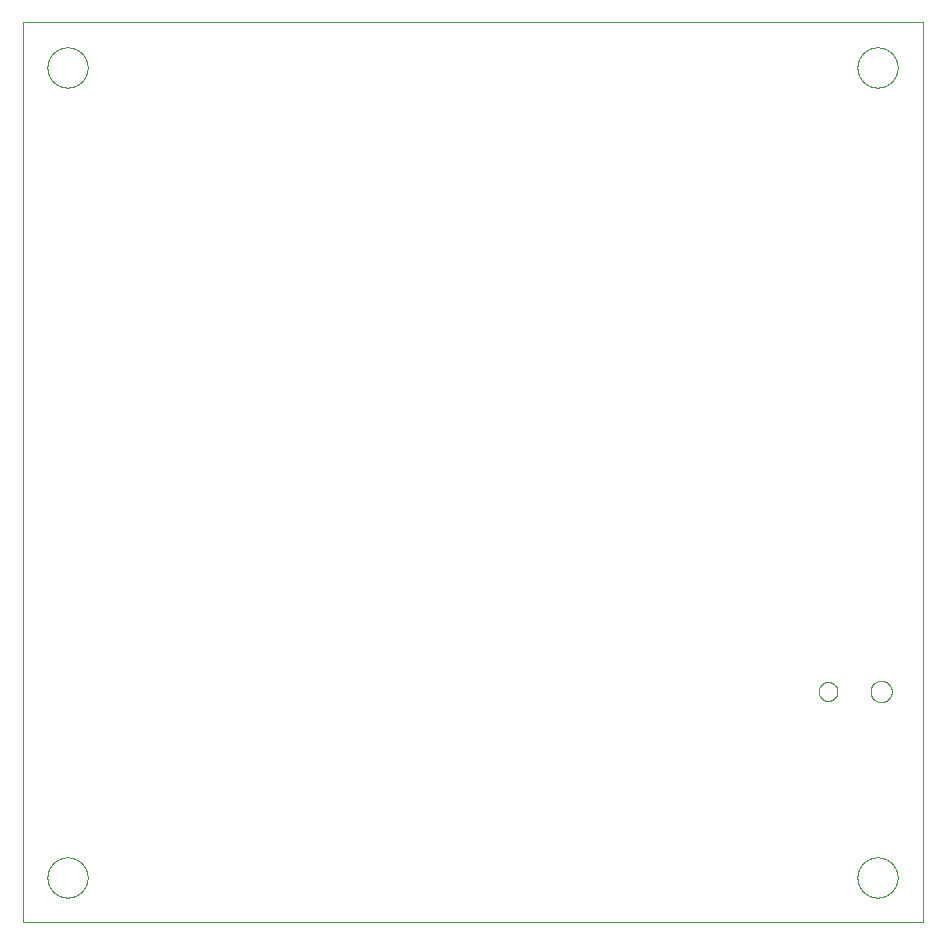
<source format=gko>
G75*
%MOIN*%
%OFA0B0*%
%FSLAX25Y25*%
%IPPOS*%
%LPD*%
%AMOC8*
5,1,8,0,0,1.08239X$1,22.5*
%
%ADD10C,0.00000*%
D10*
X0003800Y0003800D02*
X0003800Y0303800D01*
X0303800Y0303800D01*
X0303800Y0003800D01*
X0003800Y0003800D01*
X0012100Y0018800D02*
X0012102Y0018964D01*
X0012108Y0019129D01*
X0012118Y0019293D01*
X0012132Y0019457D01*
X0012150Y0019620D01*
X0012173Y0019783D01*
X0012199Y0019945D01*
X0012229Y0020107D01*
X0012263Y0020268D01*
X0012301Y0020428D01*
X0012343Y0020587D01*
X0012388Y0020745D01*
X0012438Y0020902D01*
X0012492Y0021057D01*
X0012549Y0021211D01*
X0012610Y0021364D01*
X0012675Y0021515D01*
X0012743Y0021665D01*
X0012815Y0021812D01*
X0012891Y0021958D01*
X0012970Y0022102D01*
X0013053Y0022244D01*
X0013139Y0022384D01*
X0013229Y0022522D01*
X0013322Y0022658D01*
X0013419Y0022791D01*
X0013518Y0022922D01*
X0013621Y0023050D01*
X0013727Y0023176D01*
X0013836Y0023299D01*
X0013948Y0023420D01*
X0014062Y0023538D01*
X0014180Y0023652D01*
X0014301Y0023764D01*
X0014424Y0023873D01*
X0014550Y0023979D01*
X0014678Y0024082D01*
X0014809Y0024181D01*
X0014942Y0024278D01*
X0015078Y0024371D01*
X0015216Y0024461D01*
X0015356Y0024547D01*
X0015498Y0024630D01*
X0015642Y0024709D01*
X0015788Y0024785D01*
X0015935Y0024857D01*
X0016085Y0024925D01*
X0016236Y0024990D01*
X0016389Y0025051D01*
X0016543Y0025108D01*
X0016698Y0025162D01*
X0016855Y0025212D01*
X0017013Y0025257D01*
X0017172Y0025299D01*
X0017332Y0025337D01*
X0017493Y0025371D01*
X0017655Y0025401D01*
X0017817Y0025427D01*
X0017980Y0025450D01*
X0018143Y0025468D01*
X0018307Y0025482D01*
X0018471Y0025492D01*
X0018636Y0025498D01*
X0018800Y0025500D01*
X0018964Y0025498D01*
X0019129Y0025492D01*
X0019293Y0025482D01*
X0019457Y0025468D01*
X0019620Y0025450D01*
X0019783Y0025427D01*
X0019945Y0025401D01*
X0020107Y0025371D01*
X0020268Y0025337D01*
X0020428Y0025299D01*
X0020587Y0025257D01*
X0020745Y0025212D01*
X0020902Y0025162D01*
X0021057Y0025108D01*
X0021211Y0025051D01*
X0021364Y0024990D01*
X0021515Y0024925D01*
X0021665Y0024857D01*
X0021812Y0024785D01*
X0021958Y0024709D01*
X0022102Y0024630D01*
X0022244Y0024547D01*
X0022384Y0024461D01*
X0022522Y0024371D01*
X0022658Y0024278D01*
X0022791Y0024181D01*
X0022922Y0024082D01*
X0023050Y0023979D01*
X0023176Y0023873D01*
X0023299Y0023764D01*
X0023420Y0023652D01*
X0023538Y0023538D01*
X0023652Y0023420D01*
X0023764Y0023299D01*
X0023873Y0023176D01*
X0023979Y0023050D01*
X0024082Y0022922D01*
X0024181Y0022791D01*
X0024278Y0022658D01*
X0024371Y0022522D01*
X0024461Y0022384D01*
X0024547Y0022244D01*
X0024630Y0022102D01*
X0024709Y0021958D01*
X0024785Y0021812D01*
X0024857Y0021665D01*
X0024925Y0021515D01*
X0024990Y0021364D01*
X0025051Y0021211D01*
X0025108Y0021057D01*
X0025162Y0020902D01*
X0025212Y0020745D01*
X0025257Y0020587D01*
X0025299Y0020428D01*
X0025337Y0020268D01*
X0025371Y0020107D01*
X0025401Y0019945D01*
X0025427Y0019783D01*
X0025450Y0019620D01*
X0025468Y0019457D01*
X0025482Y0019293D01*
X0025492Y0019129D01*
X0025498Y0018964D01*
X0025500Y0018800D01*
X0025498Y0018636D01*
X0025492Y0018471D01*
X0025482Y0018307D01*
X0025468Y0018143D01*
X0025450Y0017980D01*
X0025427Y0017817D01*
X0025401Y0017655D01*
X0025371Y0017493D01*
X0025337Y0017332D01*
X0025299Y0017172D01*
X0025257Y0017013D01*
X0025212Y0016855D01*
X0025162Y0016698D01*
X0025108Y0016543D01*
X0025051Y0016389D01*
X0024990Y0016236D01*
X0024925Y0016085D01*
X0024857Y0015935D01*
X0024785Y0015788D01*
X0024709Y0015642D01*
X0024630Y0015498D01*
X0024547Y0015356D01*
X0024461Y0015216D01*
X0024371Y0015078D01*
X0024278Y0014942D01*
X0024181Y0014809D01*
X0024082Y0014678D01*
X0023979Y0014550D01*
X0023873Y0014424D01*
X0023764Y0014301D01*
X0023652Y0014180D01*
X0023538Y0014062D01*
X0023420Y0013948D01*
X0023299Y0013836D01*
X0023176Y0013727D01*
X0023050Y0013621D01*
X0022922Y0013518D01*
X0022791Y0013419D01*
X0022658Y0013322D01*
X0022522Y0013229D01*
X0022384Y0013139D01*
X0022244Y0013053D01*
X0022102Y0012970D01*
X0021958Y0012891D01*
X0021812Y0012815D01*
X0021665Y0012743D01*
X0021515Y0012675D01*
X0021364Y0012610D01*
X0021211Y0012549D01*
X0021057Y0012492D01*
X0020902Y0012438D01*
X0020745Y0012388D01*
X0020587Y0012343D01*
X0020428Y0012301D01*
X0020268Y0012263D01*
X0020107Y0012229D01*
X0019945Y0012199D01*
X0019783Y0012173D01*
X0019620Y0012150D01*
X0019457Y0012132D01*
X0019293Y0012118D01*
X0019129Y0012108D01*
X0018964Y0012102D01*
X0018800Y0012100D01*
X0018636Y0012102D01*
X0018471Y0012108D01*
X0018307Y0012118D01*
X0018143Y0012132D01*
X0017980Y0012150D01*
X0017817Y0012173D01*
X0017655Y0012199D01*
X0017493Y0012229D01*
X0017332Y0012263D01*
X0017172Y0012301D01*
X0017013Y0012343D01*
X0016855Y0012388D01*
X0016698Y0012438D01*
X0016543Y0012492D01*
X0016389Y0012549D01*
X0016236Y0012610D01*
X0016085Y0012675D01*
X0015935Y0012743D01*
X0015788Y0012815D01*
X0015642Y0012891D01*
X0015498Y0012970D01*
X0015356Y0013053D01*
X0015216Y0013139D01*
X0015078Y0013229D01*
X0014942Y0013322D01*
X0014809Y0013419D01*
X0014678Y0013518D01*
X0014550Y0013621D01*
X0014424Y0013727D01*
X0014301Y0013836D01*
X0014180Y0013948D01*
X0014062Y0014062D01*
X0013948Y0014180D01*
X0013836Y0014301D01*
X0013727Y0014424D01*
X0013621Y0014550D01*
X0013518Y0014678D01*
X0013419Y0014809D01*
X0013322Y0014942D01*
X0013229Y0015078D01*
X0013139Y0015216D01*
X0013053Y0015356D01*
X0012970Y0015498D01*
X0012891Y0015642D01*
X0012815Y0015788D01*
X0012743Y0015935D01*
X0012675Y0016085D01*
X0012610Y0016236D01*
X0012549Y0016389D01*
X0012492Y0016543D01*
X0012438Y0016698D01*
X0012388Y0016855D01*
X0012343Y0017013D01*
X0012301Y0017172D01*
X0012263Y0017332D01*
X0012229Y0017493D01*
X0012199Y0017655D01*
X0012173Y0017817D01*
X0012150Y0017980D01*
X0012132Y0018143D01*
X0012118Y0018307D01*
X0012108Y0018471D01*
X0012102Y0018636D01*
X0012100Y0018800D01*
X0269142Y0080800D02*
X0269144Y0080912D01*
X0269150Y0081023D01*
X0269160Y0081135D01*
X0269174Y0081246D01*
X0269191Y0081356D01*
X0269213Y0081466D01*
X0269239Y0081575D01*
X0269268Y0081683D01*
X0269301Y0081789D01*
X0269338Y0081895D01*
X0269379Y0081999D01*
X0269424Y0082102D01*
X0269472Y0082203D01*
X0269523Y0082302D01*
X0269578Y0082399D01*
X0269637Y0082494D01*
X0269698Y0082588D01*
X0269763Y0082679D01*
X0269832Y0082767D01*
X0269903Y0082853D01*
X0269977Y0082937D01*
X0270055Y0083017D01*
X0270135Y0083095D01*
X0270218Y0083171D01*
X0270303Y0083243D01*
X0270391Y0083312D01*
X0270481Y0083378D01*
X0270574Y0083440D01*
X0270669Y0083500D01*
X0270766Y0083556D01*
X0270864Y0083608D01*
X0270965Y0083657D01*
X0271067Y0083702D01*
X0271171Y0083744D01*
X0271276Y0083782D01*
X0271383Y0083816D01*
X0271490Y0083846D01*
X0271599Y0083873D01*
X0271708Y0083895D01*
X0271819Y0083914D01*
X0271929Y0083929D01*
X0272041Y0083940D01*
X0272152Y0083947D01*
X0272264Y0083950D01*
X0272376Y0083949D01*
X0272488Y0083944D01*
X0272599Y0083935D01*
X0272710Y0083922D01*
X0272821Y0083905D01*
X0272931Y0083885D01*
X0273040Y0083860D01*
X0273148Y0083832D01*
X0273255Y0083799D01*
X0273361Y0083763D01*
X0273465Y0083723D01*
X0273568Y0083680D01*
X0273670Y0083633D01*
X0273769Y0083582D01*
X0273867Y0083528D01*
X0273963Y0083470D01*
X0274057Y0083409D01*
X0274148Y0083345D01*
X0274237Y0083278D01*
X0274324Y0083207D01*
X0274408Y0083133D01*
X0274490Y0083057D01*
X0274568Y0082977D01*
X0274644Y0082895D01*
X0274717Y0082810D01*
X0274787Y0082723D01*
X0274853Y0082633D01*
X0274917Y0082541D01*
X0274977Y0082447D01*
X0275034Y0082351D01*
X0275087Y0082252D01*
X0275137Y0082152D01*
X0275183Y0082051D01*
X0275226Y0081947D01*
X0275265Y0081842D01*
X0275300Y0081736D01*
X0275331Y0081629D01*
X0275359Y0081520D01*
X0275382Y0081411D01*
X0275402Y0081301D01*
X0275418Y0081190D01*
X0275430Y0081079D01*
X0275438Y0080968D01*
X0275442Y0080856D01*
X0275442Y0080744D01*
X0275438Y0080632D01*
X0275430Y0080521D01*
X0275418Y0080410D01*
X0275402Y0080299D01*
X0275382Y0080189D01*
X0275359Y0080080D01*
X0275331Y0079971D01*
X0275300Y0079864D01*
X0275265Y0079758D01*
X0275226Y0079653D01*
X0275183Y0079549D01*
X0275137Y0079448D01*
X0275087Y0079348D01*
X0275034Y0079249D01*
X0274977Y0079153D01*
X0274917Y0079059D01*
X0274853Y0078967D01*
X0274787Y0078877D01*
X0274717Y0078790D01*
X0274644Y0078705D01*
X0274568Y0078623D01*
X0274490Y0078543D01*
X0274408Y0078467D01*
X0274324Y0078393D01*
X0274237Y0078322D01*
X0274148Y0078255D01*
X0274057Y0078191D01*
X0273963Y0078130D01*
X0273867Y0078072D01*
X0273769Y0078018D01*
X0273670Y0077967D01*
X0273568Y0077920D01*
X0273465Y0077877D01*
X0273361Y0077837D01*
X0273255Y0077801D01*
X0273148Y0077768D01*
X0273040Y0077740D01*
X0272931Y0077715D01*
X0272821Y0077695D01*
X0272710Y0077678D01*
X0272599Y0077665D01*
X0272488Y0077656D01*
X0272376Y0077651D01*
X0272264Y0077650D01*
X0272152Y0077653D01*
X0272041Y0077660D01*
X0271929Y0077671D01*
X0271819Y0077686D01*
X0271708Y0077705D01*
X0271599Y0077727D01*
X0271490Y0077754D01*
X0271383Y0077784D01*
X0271276Y0077818D01*
X0271171Y0077856D01*
X0271067Y0077898D01*
X0270965Y0077943D01*
X0270864Y0077992D01*
X0270766Y0078044D01*
X0270669Y0078100D01*
X0270574Y0078160D01*
X0270481Y0078222D01*
X0270391Y0078288D01*
X0270303Y0078357D01*
X0270218Y0078429D01*
X0270135Y0078505D01*
X0270055Y0078583D01*
X0269977Y0078663D01*
X0269903Y0078747D01*
X0269832Y0078833D01*
X0269763Y0078921D01*
X0269698Y0079012D01*
X0269637Y0079106D01*
X0269578Y0079201D01*
X0269523Y0079298D01*
X0269472Y0079397D01*
X0269424Y0079498D01*
X0269379Y0079601D01*
X0269338Y0079705D01*
X0269301Y0079811D01*
X0269268Y0079917D01*
X0269239Y0080025D01*
X0269213Y0080134D01*
X0269191Y0080244D01*
X0269174Y0080354D01*
X0269160Y0080465D01*
X0269150Y0080577D01*
X0269144Y0080688D01*
X0269142Y0080800D01*
X0286466Y0080800D02*
X0286468Y0080918D01*
X0286474Y0081037D01*
X0286484Y0081155D01*
X0286498Y0081272D01*
X0286515Y0081389D01*
X0286537Y0081506D01*
X0286563Y0081621D01*
X0286592Y0081736D01*
X0286625Y0081850D01*
X0286662Y0081962D01*
X0286703Y0082073D01*
X0286747Y0082183D01*
X0286795Y0082291D01*
X0286847Y0082398D01*
X0286902Y0082503D01*
X0286961Y0082606D01*
X0287023Y0082706D01*
X0287088Y0082805D01*
X0287157Y0082902D01*
X0287228Y0082996D01*
X0287303Y0083087D01*
X0287381Y0083177D01*
X0287462Y0083263D01*
X0287546Y0083347D01*
X0287632Y0083428D01*
X0287722Y0083506D01*
X0287813Y0083581D01*
X0287907Y0083652D01*
X0288004Y0083721D01*
X0288103Y0083786D01*
X0288203Y0083848D01*
X0288306Y0083907D01*
X0288411Y0083962D01*
X0288518Y0084014D01*
X0288626Y0084062D01*
X0288736Y0084106D01*
X0288847Y0084147D01*
X0288959Y0084184D01*
X0289073Y0084217D01*
X0289188Y0084246D01*
X0289303Y0084272D01*
X0289420Y0084294D01*
X0289537Y0084311D01*
X0289654Y0084325D01*
X0289772Y0084335D01*
X0289891Y0084341D01*
X0290009Y0084343D01*
X0290127Y0084341D01*
X0290246Y0084335D01*
X0290364Y0084325D01*
X0290481Y0084311D01*
X0290598Y0084294D01*
X0290715Y0084272D01*
X0290830Y0084246D01*
X0290945Y0084217D01*
X0291059Y0084184D01*
X0291171Y0084147D01*
X0291282Y0084106D01*
X0291392Y0084062D01*
X0291500Y0084014D01*
X0291607Y0083962D01*
X0291712Y0083907D01*
X0291815Y0083848D01*
X0291915Y0083786D01*
X0292014Y0083721D01*
X0292111Y0083652D01*
X0292205Y0083581D01*
X0292296Y0083506D01*
X0292386Y0083428D01*
X0292472Y0083347D01*
X0292556Y0083263D01*
X0292637Y0083177D01*
X0292715Y0083087D01*
X0292790Y0082996D01*
X0292861Y0082902D01*
X0292930Y0082805D01*
X0292995Y0082706D01*
X0293057Y0082606D01*
X0293116Y0082503D01*
X0293171Y0082398D01*
X0293223Y0082291D01*
X0293271Y0082183D01*
X0293315Y0082073D01*
X0293356Y0081962D01*
X0293393Y0081850D01*
X0293426Y0081736D01*
X0293455Y0081621D01*
X0293481Y0081506D01*
X0293503Y0081389D01*
X0293520Y0081272D01*
X0293534Y0081155D01*
X0293544Y0081037D01*
X0293550Y0080918D01*
X0293552Y0080800D01*
X0293550Y0080682D01*
X0293544Y0080563D01*
X0293534Y0080445D01*
X0293520Y0080328D01*
X0293503Y0080211D01*
X0293481Y0080094D01*
X0293455Y0079979D01*
X0293426Y0079864D01*
X0293393Y0079750D01*
X0293356Y0079638D01*
X0293315Y0079527D01*
X0293271Y0079417D01*
X0293223Y0079309D01*
X0293171Y0079202D01*
X0293116Y0079097D01*
X0293057Y0078994D01*
X0292995Y0078894D01*
X0292930Y0078795D01*
X0292861Y0078698D01*
X0292790Y0078604D01*
X0292715Y0078513D01*
X0292637Y0078423D01*
X0292556Y0078337D01*
X0292472Y0078253D01*
X0292386Y0078172D01*
X0292296Y0078094D01*
X0292205Y0078019D01*
X0292111Y0077948D01*
X0292014Y0077879D01*
X0291915Y0077814D01*
X0291815Y0077752D01*
X0291712Y0077693D01*
X0291607Y0077638D01*
X0291500Y0077586D01*
X0291392Y0077538D01*
X0291282Y0077494D01*
X0291171Y0077453D01*
X0291059Y0077416D01*
X0290945Y0077383D01*
X0290830Y0077354D01*
X0290715Y0077328D01*
X0290598Y0077306D01*
X0290481Y0077289D01*
X0290364Y0077275D01*
X0290246Y0077265D01*
X0290127Y0077259D01*
X0290009Y0077257D01*
X0289891Y0077259D01*
X0289772Y0077265D01*
X0289654Y0077275D01*
X0289537Y0077289D01*
X0289420Y0077306D01*
X0289303Y0077328D01*
X0289188Y0077354D01*
X0289073Y0077383D01*
X0288959Y0077416D01*
X0288847Y0077453D01*
X0288736Y0077494D01*
X0288626Y0077538D01*
X0288518Y0077586D01*
X0288411Y0077638D01*
X0288306Y0077693D01*
X0288203Y0077752D01*
X0288103Y0077814D01*
X0288004Y0077879D01*
X0287907Y0077948D01*
X0287813Y0078019D01*
X0287722Y0078094D01*
X0287632Y0078172D01*
X0287546Y0078253D01*
X0287462Y0078337D01*
X0287381Y0078423D01*
X0287303Y0078513D01*
X0287228Y0078604D01*
X0287157Y0078698D01*
X0287088Y0078795D01*
X0287023Y0078894D01*
X0286961Y0078994D01*
X0286902Y0079097D01*
X0286847Y0079202D01*
X0286795Y0079309D01*
X0286747Y0079417D01*
X0286703Y0079527D01*
X0286662Y0079638D01*
X0286625Y0079750D01*
X0286592Y0079864D01*
X0286563Y0079979D01*
X0286537Y0080094D01*
X0286515Y0080211D01*
X0286498Y0080328D01*
X0286484Y0080445D01*
X0286474Y0080563D01*
X0286468Y0080682D01*
X0286466Y0080800D01*
X0282100Y0018800D02*
X0282102Y0018964D01*
X0282108Y0019129D01*
X0282118Y0019293D01*
X0282132Y0019457D01*
X0282150Y0019620D01*
X0282173Y0019783D01*
X0282199Y0019945D01*
X0282229Y0020107D01*
X0282263Y0020268D01*
X0282301Y0020428D01*
X0282343Y0020587D01*
X0282388Y0020745D01*
X0282438Y0020902D01*
X0282492Y0021057D01*
X0282549Y0021211D01*
X0282610Y0021364D01*
X0282675Y0021515D01*
X0282743Y0021665D01*
X0282815Y0021812D01*
X0282891Y0021958D01*
X0282970Y0022102D01*
X0283053Y0022244D01*
X0283139Y0022384D01*
X0283229Y0022522D01*
X0283322Y0022658D01*
X0283419Y0022791D01*
X0283518Y0022922D01*
X0283621Y0023050D01*
X0283727Y0023176D01*
X0283836Y0023299D01*
X0283948Y0023420D01*
X0284062Y0023538D01*
X0284180Y0023652D01*
X0284301Y0023764D01*
X0284424Y0023873D01*
X0284550Y0023979D01*
X0284678Y0024082D01*
X0284809Y0024181D01*
X0284942Y0024278D01*
X0285078Y0024371D01*
X0285216Y0024461D01*
X0285356Y0024547D01*
X0285498Y0024630D01*
X0285642Y0024709D01*
X0285788Y0024785D01*
X0285935Y0024857D01*
X0286085Y0024925D01*
X0286236Y0024990D01*
X0286389Y0025051D01*
X0286543Y0025108D01*
X0286698Y0025162D01*
X0286855Y0025212D01*
X0287013Y0025257D01*
X0287172Y0025299D01*
X0287332Y0025337D01*
X0287493Y0025371D01*
X0287655Y0025401D01*
X0287817Y0025427D01*
X0287980Y0025450D01*
X0288143Y0025468D01*
X0288307Y0025482D01*
X0288471Y0025492D01*
X0288636Y0025498D01*
X0288800Y0025500D01*
X0288964Y0025498D01*
X0289129Y0025492D01*
X0289293Y0025482D01*
X0289457Y0025468D01*
X0289620Y0025450D01*
X0289783Y0025427D01*
X0289945Y0025401D01*
X0290107Y0025371D01*
X0290268Y0025337D01*
X0290428Y0025299D01*
X0290587Y0025257D01*
X0290745Y0025212D01*
X0290902Y0025162D01*
X0291057Y0025108D01*
X0291211Y0025051D01*
X0291364Y0024990D01*
X0291515Y0024925D01*
X0291665Y0024857D01*
X0291812Y0024785D01*
X0291958Y0024709D01*
X0292102Y0024630D01*
X0292244Y0024547D01*
X0292384Y0024461D01*
X0292522Y0024371D01*
X0292658Y0024278D01*
X0292791Y0024181D01*
X0292922Y0024082D01*
X0293050Y0023979D01*
X0293176Y0023873D01*
X0293299Y0023764D01*
X0293420Y0023652D01*
X0293538Y0023538D01*
X0293652Y0023420D01*
X0293764Y0023299D01*
X0293873Y0023176D01*
X0293979Y0023050D01*
X0294082Y0022922D01*
X0294181Y0022791D01*
X0294278Y0022658D01*
X0294371Y0022522D01*
X0294461Y0022384D01*
X0294547Y0022244D01*
X0294630Y0022102D01*
X0294709Y0021958D01*
X0294785Y0021812D01*
X0294857Y0021665D01*
X0294925Y0021515D01*
X0294990Y0021364D01*
X0295051Y0021211D01*
X0295108Y0021057D01*
X0295162Y0020902D01*
X0295212Y0020745D01*
X0295257Y0020587D01*
X0295299Y0020428D01*
X0295337Y0020268D01*
X0295371Y0020107D01*
X0295401Y0019945D01*
X0295427Y0019783D01*
X0295450Y0019620D01*
X0295468Y0019457D01*
X0295482Y0019293D01*
X0295492Y0019129D01*
X0295498Y0018964D01*
X0295500Y0018800D01*
X0295498Y0018636D01*
X0295492Y0018471D01*
X0295482Y0018307D01*
X0295468Y0018143D01*
X0295450Y0017980D01*
X0295427Y0017817D01*
X0295401Y0017655D01*
X0295371Y0017493D01*
X0295337Y0017332D01*
X0295299Y0017172D01*
X0295257Y0017013D01*
X0295212Y0016855D01*
X0295162Y0016698D01*
X0295108Y0016543D01*
X0295051Y0016389D01*
X0294990Y0016236D01*
X0294925Y0016085D01*
X0294857Y0015935D01*
X0294785Y0015788D01*
X0294709Y0015642D01*
X0294630Y0015498D01*
X0294547Y0015356D01*
X0294461Y0015216D01*
X0294371Y0015078D01*
X0294278Y0014942D01*
X0294181Y0014809D01*
X0294082Y0014678D01*
X0293979Y0014550D01*
X0293873Y0014424D01*
X0293764Y0014301D01*
X0293652Y0014180D01*
X0293538Y0014062D01*
X0293420Y0013948D01*
X0293299Y0013836D01*
X0293176Y0013727D01*
X0293050Y0013621D01*
X0292922Y0013518D01*
X0292791Y0013419D01*
X0292658Y0013322D01*
X0292522Y0013229D01*
X0292384Y0013139D01*
X0292244Y0013053D01*
X0292102Y0012970D01*
X0291958Y0012891D01*
X0291812Y0012815D01*
X0291665Y0012743D01*
X0291515Y0012675D01*
X0291364Y0012610D01*
X0291211Y0012549D01*
X0291057Y0012492D01*
X0290902Y0012438D01*
X0290745Y0012388D01*
X0290587Y0012343D01*
X0290428Y0012301D01*
X0290268Y0012263D01*
X0290107Y0012229D01*
X0289945Y0012199D01*
X0289783Y0012173D01*
X0289620Y0012150D01*
X0289457Y0012132D01*
X0289293Y0012118D01*
X0289129Y0012108D01*
X0288964Y0012102D01*
X0288800Y0012100D01*
X0288636Y0012102D01*
X0288471Y0012108D01*
X0288307Y0012118D01*
X0288143Y0012132D01*
X0287980Y0012150D01*
X0287817Y0012173D01*
X0287655Y0012199D01*
X0287493Y0012229D01*
X0287332Y0012263D01*
X0287172Y0012301D01*
X0287013Y0012343D01*
X0286855Y0012388D01*
X0286698Y0012438D01*
X0286543Y0012492D01*
X0286389Y0012549D01*
X0286236Y0012610D01*
X0286085Y0012675D01*
X0285935Y0012743D01*
X0285788Y0012815D01*
X0285642Y0012891D01*
X0285498Y0012970D01*
X0285356Y0013053D01*
X0285216Y0013139D01*
X0285078Y0013229D01*
X0284942Y0013322D01*
X0284809Y0013419D01*
X0284678Y0013518D01*
X0284550Y0013621D01*
X0284424Y0013727D01*
X0284301Y0013836D01*
X0284180Y0013948D01*
X0284062Y0014062D01*
X0283948Y0014180D01*
X0283836Y0014301D01*
X0283727Y0014424D01*
X0283621Y0014550D01*
X0283518Y0014678D01*
X0283419Y0014809D01*
X0283322Y0014942D01*
X0283229Y0015078D01*
X0283139Y0015216D01*
X0283053Y0015356D01*
X0282970Y0015498D01*
X0282891Y0015642D01*
X0282815Y0015788D01*
X0282743Y0015935D01*
X0282675Y0016085D01*
X0282610Y0016236D01*
X0282549Y0016389D01*
X0282492Y0016543D01*
X0282438Y0016698D01*
X0282388Y0016855D01*
X0282343Y0017013D01*
X0282301Y0017172D01*
X0282263Y0017332D01*
X0282229Y0017493D01*
X0282199Y0017655D01*
X0282173Y0017817D01*
X0282150Y0017980D01*
X0282132Y0018143D01*
X0282118Y0018307D01*
X0282108Y0018471D01*
X0282102Y0018636D01*
X0282100Y0018800D01*
X0282100Y0288800D02*
X0282102Y0288964D01*
X0282108Y0289129D01*
X0282118Y0289293D01*
X0282132Y0289457D01*
X0282150Y0289620D01*
X0282173Y0289783D01*
X0282199Y0289945D01*
X0282229Y0290107D01*
X0282263Y0290268D01*
X0282301Y0290428D01*
X0282343Y0290587D01*
X0282388Y0290745D01*
X0282438Y0290902D01*
X0282492Y0291057D01*
X0282549Y0291211D01*
X0282610Y0291364D01*
X0282675Y0291515D01*
X0282743Y0291665D01*
X0282815Y0291812D01*
X0282891Y0291958D01*
X0282970Y0292102D01*
X0283053Y0292244D01*
X0283139Y0292384D01*
X0283229Y0292522D01*
X0283322Y0292658D01*
X0283419Y0292791D01*
X0283518Y0292922D01*
X0283621Y0293050D01*
X0283727Y0293176D01*
X0283836Y0293299D01*
X0283948Y0293420D01*
X0284062Y0293538D01*
X0284180Y0293652D01*
X0284301Y0293764D01*
X0284424Y0293873D01*
X0284550Y0293979D01*
X0284678Y0294082D01*
X0284809Y0294181D01*
X0284942Y0294278D01*
X0285078Y0294371D01*
X0285216Y0294461D01*
X0285356Y0294547D01*
X0285498Y0294630D01*
X0285642Y0294709D01*
X0285788Y0294785D01*
X0285935Y0294857D01*
X0286085Y0294925D01*
X0286236Y0294990D01*
X0286389Y0295051D01*
X0286543Y0295108D01*
X0286698Y0295162D01*
X0286855Y0295212D01*
X0287013Y0295257D01*
X0287172Y0295299D01*
X0287332Y0295337D01*
X0287493Y0295371D01*
X0287655Y0295401D01*
X0287817Y0295427D01*
X0287980Y0295450D01*
X0288143Y0295468D01*
X0288307Y0295482D01*
X0288471Y0295492D01*
X0288636Y0295498D01*
X0288800Y0295500D01*
X0288964Y0295498D01*
X0289129Y0295492D01*
X0289293Y0295482D01*
X0289457Y0295468D01*
X0289620Y0295450D01*
X0289783Y0295427D01*
X0289945Y0295401D01*
X0290107Y0295371D01*
X0290268Y0295337D01*
X0290428Y0295299D01*
X0290587Y0295257D01*
X0290745Y0295212D01*
X0290902Y0295162D01*
X0291057Y0295108D01*
X0291211Y0295051D01*
X0291364Y0294990D01*
X0291515Y0294925D01*
X0291665Y0294857D01*
X0291812Y0294785D01*
X0291958Y0294709D01*
X0292102Y0294630D01*
X0292244Y0294547D01*
X0292384Y0294461D01*
X0292522Y0294371D01*
X0292658Y0294278D01*
X0292791Y0294181D01*
X0292922Y0294082D01*
X0293050Y0293979D01*
X0293176Y0293873D01*
X0293299Y0293764D01*
X0293420Y0293652D01*
X0293538Y0293538D01*
X0293652Y0293420D01*
X0293764Y0293299D01*
X0293873Y0293176D01*
X0293979Y0293050D01*
X0294082Y0292922D01*
X0294181Y0292791D01*
X0294278Y0292658D01*
X0294371Y0292522D01*
X0294461Y0292384D01*
X0294547Y0292244D01*
X0294630Y0292102D01*
X0294709Y0291958D01*
X0294785Y0291812D01*
X0294857Y0291665D01*
X0294925Y0291515D01*
X0294990Y0291364D01*
X0295051Y0291211D01*
X0295108Y0291057D01*
X0295162Y0290902D01*
X0295212Y0290745D01*
X0295257Y0290587D01*
X0295299Y0290428D01*
X0295337Y0290268D01*
X0295371Y0290107D01*
X0295401Y0289945D01*
X0295427Y0289783D01*
X0295450Y0289620D01*
X0295468Y0289457D01*
X0295482Y0289293D01*
X0295492Y0289129D01*
X0295498Y0288964D01*
X0295500Y0288800D01*
X0295498Y0288636D01*
X0295492Y0288471D01*
X0295482Y0288307D01*
X0295468Y0288143D01*
X0295450Y0287980D01*
X0295427Y0287817D01*
X0295401Y0287655D01*
X0295371Y0287493D01*
X0295337Y0287332D01*
X0295299Y0287172D01*
X0295257Y0287013D01*
X0295212Y0286855D01*
X0295162Y0286698D01*
X0295108Y0286543D01*
X0295051Y0286389D01*
X0294990Y0286236D01*
X0294925Y0286085D01*
X0294857Y0285935D01*
X0294785Y0285788D01*
X0294709Y0285642D01*
X0294630Y0285498D01*
X0294547Y0285356D01*
X0294461Y0285216D01*
X0294371Y0285078D01*
X0294278Y0284942D01*
X0294181Y0284809D01*
X0294082Y0284678D01*
X0293979Y0284550D01*
X0293873Y0284424D01*
X0293764Y0284301D01*
X0293652Y0284180D01*
X0293538Y0284062D01*
X0293420Y0283948D01*
X0293299Y0283836D01*
X0293176Y0283727D01*
X0293050Y0283621D01*
X0292922Y0283518D01*
X0292791Y0283419D01*
X0292658Y0283322D01*
X0292522Y0283229D01*
X0292384Y0283139D01*
X0292244Y0283053D01*
X0292102Y0282970D01*
X0291958Y0282891D01*
X0291812Y0282815D01*
X0291665Y0282743D01*
X0291515Y0282675D01*
X0291364Y0282610D01*
X0291211Y0282549D01*
X0291057Y0282492D01*
X0290902Y0282438D01*
X0290745Y0282388D01*
X0290587Y0282343D01*
X0290428Y0282301D01*
X0290268Y0282263D01*
X0290107Y0282229D01*
X0289945Y0282199D01*
X0289783Y0282173D01*
X0289620Y0282150D01*
X0289457Y0282132D01*
X0289293Y0282118D01*
X0289129Y0282108D01*
X0288964Y0282102D01*
X0288800Y0282100D01*
X0288636Y0282102D01*
X0288471Y0282108D01*
X0288307Y0282118D01*
X0288143Y0282132D01*
X0287980Y0282150D01*
X0287817Y0282173D01*
X0287655Y0282199D01*
X0287493Y0282229D01*
X0287332Y0282263D01*
X0287172Y0282301D01*
X0287013Y0282343D01*
X0286855Y0282388D01*
X0286698Y0282438D01*
X0286543Y0282492D01*
X0286389Y0282549D01*
X0286236Y0282610D01*
X0286085Y0282675D01*
X0285935Y0282743D01*
X0285788Y0282815D01*
X0285642Y0282891D01*
X0285498Y0282970D01*
X0285356Y0283053D01*
X0285216Y0283139D01*
X0285078Y0283229D01*
X0284942Y0283322D01*
X0284809Y0283419D01*
X0284678Y0283518D01*
X0284550Y0283621D01*
X0284424Y0283727D01*
X0284301Y0283836D01*
X0284180Y0283948D01*
X0284062Y0284062D01*
X0283948Y0284180D01*
X0283836Y0284301D01*
X0283727Y0284424D01*
X0283621Y0284550D01*
X0283518Y0284678D01*
X0283419Y0284809D01*
X0283322Y0284942D01*
X0283229Y0285078D01*
X0283139Y0285216D01*
X0283053Y0285356D01*
X0282970Y0285498D01*
X0282891Y0285642D01*
X0282815Y0285788D01*
X0282743Y0285935D01*
X0282675Y0286085D01*
X0282610Y0286236D01*
X0282549Y0286389D01*
X0282492Y0286543D01*
X0282438Y0286698D01*
X0282388Y0286855D01*
X0282343Y0287013D01*
X0282301Y0287172D01*
X0282263Y0287332D01*
X0282229Y0287493D01*
X0282199Y0287655D01*
X0282173Y0287817D01*
X0282150Y0287980D01*
X0282132Y0288143D01*
X0282118Y0288307D01*
X0282108Y0288471D01*
X0282102Y0288636D01*
X0282100Y0288800D01*
X0012100Y0288800D02*
X0012102Y0288964D01*
X0012108Y0289129D01*
X0012118Y0289293D01*
X0012132Y0289457D01*
X0012150Y0289620D01*
X0012173Y0289783D01*
X0012199Y0289945D01*
X0012229Y0290107D01*
X0012263Y0290268D01*
X0012301Y0290428D01*
X0012343Y0290587D01*
X0012388Y0290745D01*
X0012438Y0290902D01*
X0012492Y0291057D01*
X0012549Y0291211D01*
X0012610Y0291364D01*
X0012675Y0291515D01*
X0012743Y0291665D01*
X0012815Y0291812D01*
X0012891Y0291958D01*
X0012970Y0292102D01*
X0013053Y0292244D01*
X0013139Y0292384D01*
X0013229Y0292522D01*
X0013322Y0292658D01*
X0013419Y0292791D01*
X0013518Y0292922D01*
X0013621Y0293050D01*
X0013727Y0293176D01*
X0013836Y0293299D01*
X0013948Y0293420D01*
X0014062Y0293538D01*
X0014180Y0293652D01*
X0014301Y0293764D01*
X0014424Y0293873D01*
X0014550Y0293979D01*
X0014678Y0294082D01*
X0014809Y0294181D01*
X0014942Y0294278D01*
X0015078Y0294371D01*
X0015216Y0294461D01*
X0015356Y0294547D01*
X0015498Y0294630D01*
X0015642Y0294709D01*
X0015788Y0294785D01*
X0015935Y0294857D01*
X0016085Y0294925D01*
X0016236Y0294990D01*
X0016389Y0295051D01*
X0016543Y0295108D01*
X0016698Y0295162D01*
X0016855Y0295212D01*
X0017013Y0295257D01*
X0017172Y0295299D01*
X0017332Y0295337D01*
X0017493Y0295371D01*
X0017655Y0295401D01*
X0017817Y0295427D01*
X0017980Y0295450D01*
X0018143Y0295468D01*
X0018307Y0295482D01*
X0018471Y0295492D01*
X0018636Y0295498D01*
X0018800Y0295500D01*
X0018964Y0295498D01*
X0019129Y0295492D01*
X0019293Y0295482D01*
X0019457Y0295468D01*
X0019620Y0295450D01*
X0019783Y0295427D01*
X0019945Y0295401D01*
X0020107Y0295371D01*
X0020268Y0295337D01*
X0020428Y0295299D01*
X0020587Y0295257D01*
X0020745Y0295212D01*
X0020902Y0295162D01*
X0021057Y0295108D01*
X0021211Y0295051D01*
X0021364Y0294990D01*
X0021515Y0294925D01*
X0021665Y0294857D01*
X0021812Y0294785D01*
X0021958Y0294709D01*
X0022102Y0294630D01*
X0022244Y0294547D01*
X0022384Y0294461D01*
X0022522Y0294371D01*
X0022658Y0294278D01*
X0022791Y0294181D01*
X0022922Y0294082D01*
X0023050Y0293979D01*
X0023176Y0293873D01*
X0023299Y0293764D01*
X0023420Y0293652D01*
X0023538Y0293538D01*
X0023652Y0293420D01*
X0023764Y0293299D01*
X0023873Y0293176D01*
X0023979Y0293050D01*
X0024082Y0292922D01*
X0024181Y0292791D01*
X0024278Y0292658D01*
X0024371Y0292522D01*
X0024461Y0292384D01*
X0024547Y0292244D01*
X0024630Y0292102D01*
X0024709Y0291958D01*
X0024785Y0291812D01*
X0024857Y0291665D01*
X0024925Y0291515D01*
X0024990Y0291364D01*
X0025051Y0291211D01*
X0025108Y0291057D01*
X0025162Y0290902D01*
X0025212Y0290745D01*
X0025257Y0290587D01*
X0025299Y0290428D01*
X0025337Y0290268D01*
X0025371Y0290107D01*
X0025401Y0289945D01*
X0025427Y0289783D01*
X0025450Y0289620D01*
X0025468Y0289457D01*
X0025482Y0289293D01*
X0025492Y0289129D01*
X0025498Y0288964D01*
X0025500Y0288800D01*
X0025498Y0288636D01*
X0025492Y0288471D01*
X0025482Y0288307D01*
X0025468Y0288143D01*
X0025450Y0287980D01*
X0025427Y0287817D01*
X0025401Y0287655D01*
X0025371Y0287493D01*
X0025337Y0287332D01*
X0025299Y0287172D01*
X0025257Y0287013D01*
X0025212Y0286855D01*
X0025162Y0286698D01*
X0025108Y0286543D01*
X0025051Y0286389D01*
X0024990Y0286236D01*
X0024925Y0286085D01*
X0024857Y0285935D01*
X0024785Y0285788D01*
X0024709Y0285642D01*
X0024630Y0285498D01*
X0024547Y0285356D01*
X0024461Y0285216D01*
X0024371Y0285078D01*
X0024278Y0284942D01*
X0024181Y0284809D01*
X0024082Y0284678D01*
X0023979Y0284550D01*
X0023873Y0284424D01*
X0023764Y0284301D01*
X0023652Y0284180D01*
X0023538Y0284062D01*
X0023420Y0283948D01*
X0023299Y0283836D01*
X0023176Y0283727D01*
X0023050Y0283621D01*
X0022922Y0283518D01*
X0022791Y0283419D01*
X0022658Y0283322D01*
X0022522Y0283229D01*
X0022384Y0283139D01*
X0022244Y0283053D01*
X0022102Y0282970D01*
X0021958Y0282891D01*
X0021812Y0282815D01*
X0021665Y0282743D01*
X0021515Y0282675D01*
X0021364Y0282610D01*
X0021211Y0282549D01*
X0021057Y0282492D01*
X0020902Y0282438D01*
X0020745Y0282388D01*
X0020587Y0282343D01*
X0020428Y0282301D01*
X0020268Y0282263D01*
X0020107Y0282229D01*
X0019945Y0282199D01*
X0019783Y0282173D01*
X0019620Y0282150D01*
X0019457Y0282132D01*
X0019293Y0282118D01*
X0019129Y0282108D01*
X0018964Y0282102D01*
X0018800Y0282100D01*
X0018636Y0282102D01*
X0018471Y0282108D01*
X0018307Y0282118D01*
X0018143Y0282132D01*
X0017980Y0282150D01*
X0017817Y0282173D01*
X0017655Y0282199D01*
X0017493Y0282229D01*
X0017332Y0282263D01*
X0017172Y0282301D01*
X0017013Y0282343D01*
X0016855Y0282388D01*
X0016698Y0282438D01*
X0016543Y0282492D01*
X0016389Y0282549D01*
X0016236Y0282610D01*
X0016085Y0282675D01*
X0015935Y0282743D01*
X0015788Y0282815D01*
X0015642Y0282891D01*
X0015498Y0282970D01*
X0015356Y0283053D01*
X0015216Y0283139D01*
X0015078Y0283229D01*
X0014942Y0283322D01*
X0014809Y0283419D01*
X0014678Y0283518D01*
X0014550Y0283621D01*
X0014424Y0283727D01*
X0014301Y0283836D01*
X0014180Y0283948D01*
X0014062Y0284062D01*
X0013948Y0284180D01*
X0013836Y0284301D01*
X0013727Y0284424D01*
X0013621Y0284550D01*
X0013518Y0284678D01*
X0013419Y0284809D01*
X0013322Y0284942D01*
X0013229Y0285078D01*
X0013139Y0285216D01*
X0013053Y0285356D01*
X0012970Y0285498D01*
X0012891Y0285642D01*
X0012815Y0285788D01*
X0012743Y0285935D01*
X0012675Y0286085D01*
X0012610Y0286236D01*
X0012549Y0286389D01*
X0012492Y0286543D01*
X0012438Y0286698D01*
X0012388Y0286855D01*
X0012343Y0287013D01*
X0012301Y0287172D01*
X0012263Y0287332D01*
X0012229Y0287493D01*
X0012199Y0287655D01*
X0012173Y0287817D01*
X0012150Y0287980D01*
X0012132Y0288143D01*
X0012118Y0288307D01*
X0012108Y0288471D01*
X0012102Y0288636D01*
X0012100Y0288800D01*
M02*

</source>
